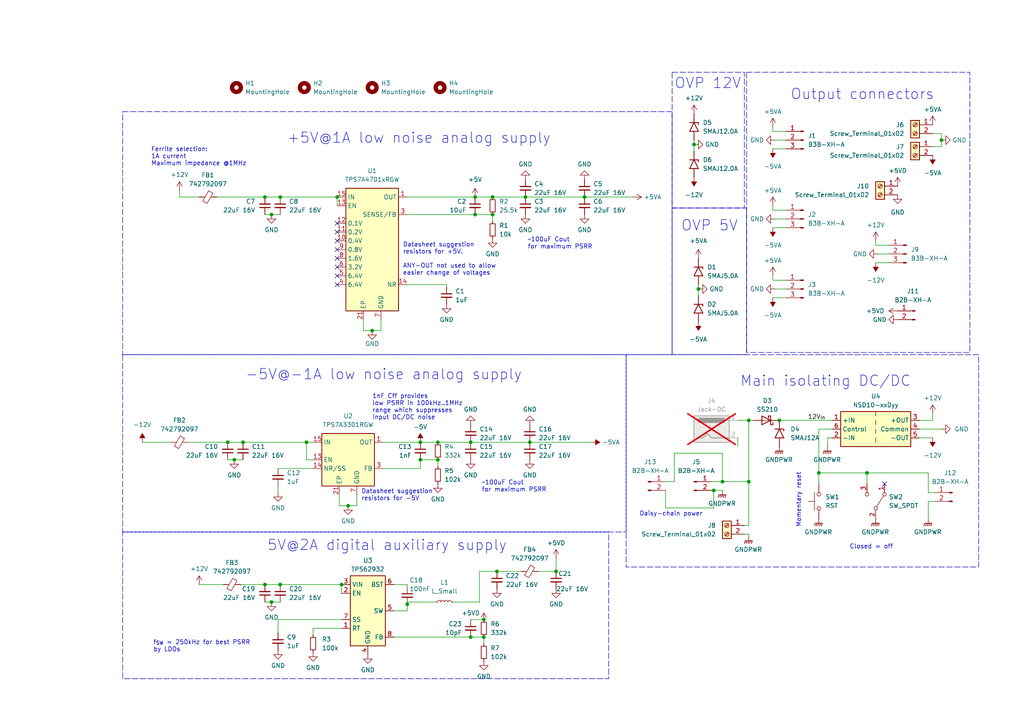
<source format=kicad_sch>
(kicad_sch (version 20230121) (generator eeschema)
  (paper "A4")
  (lib_symbols
    (symbol "Connector:Conn_01x02_Pin" (pin_names (offset 1.016) hide)
      (property "Reference" "J" (at 0 2.54 0))
      (property "Value" "Conn_01x02_Pin" (at 0 -5.08 0))
      (symbol "Conn_01x02_Pin_1_1"
        (pin passive line (at 5.08 0 180) (length 3.81) (name "Pin_1") (number "1"))
        (pin passive line (at 5.08 -2.54 180) (length 3.81) (name "Pin_2") (number "2"))
      )
    )
    (symbol "Connector:Conn_01x03_Pin" (pin_names (offset 1.016) hide)
      (property "Reference" "J" (at 0 5.08 0))
      (property "Value" "Conn_01x03_Pin" (at 0 -5.08 0))
      (symbol "Conn_01x03_Pin_1_1"
        (pin passive line (at 5.08 2.54 180) (length 3.81) (name "Pin_1") (number "1"))
        (pin passive line (at 5.08 0 180) (length 3.81) (name "Pin_2") (number "2"))
        (pin passive line (at 5.08 -2.54 180) (length 3.81) (name "Pin_3") (number "3"))
      )
    )
    (symbol "Connector:Jack-DC" (pin_names (offset 1.016))
      (property "Reference" "J" (at 0 5.334 0))
      (property "Value" "Jack-DC" (at 0 -5.08 0))
      (symbol "Jack-DC_1_1"
        (pin passive line (at 7.62 2.54 180) (length 2.54) (name "~") (number "1"))
        (pin passive line (at 7.62 -2.54 180) (length 2.54) (name "~") (number "2"))
      )
    )
    (symbol "Connector:Screw_Terminal_01x02" (pin_names (offset 1.016) hide)
      (property "Reference" "J" (at 0 2.54 0))
      (property "Value" "Screw_Terminal_01x02" (at 0 -5.08 0))
      (symbol "Screw_Terminal_01x02_1_1"
        (pin passive line (at -5.08 0 0) (length 3.81) (name "Pin_1") (number "1"))
        (pin passive line (at -5.08 -2.54 0) (length 3.81) (name "Pin_2") (number "2"))
      )
    )
    (symbol "Device:C_Small" (pin_numbers hide) (pin_names (offset 0.254) hide)
      (property "Reference" "C" (at 0.254 1.778 0))
      (property "Value" "C_Small" (at 0.254 -2.032 0))
      (symbol "C_Small_1_1"
        (pin passive line (at 0 2.54 270) (length 2.032) (name "~") (number "1"))
        (pin passive line (at 0 -2.54 90) (length 2.032) (name "~") (number "2"))
      )
    )
    (symbol "Device:FerriteBead_Small" (pin_numbers hide) (pin_names (offset 0))
      (property "Reference" "FB" (at 1.905 1.27 0))
      (property "Value" "FerriteBead_Small" (at 1.905 -1.27 0))
      (symbol "FerriteBead_Small_1_1"
        (pin passive line (at 0 2.54 270) (length 1.27) (name "~") (number "1"))
        (pin passive line (at 0 -2.54 90) (length 1.27) (name "~") (number "2"))
      )
    )
    (symbol "Device:L_Small" (pin_numbers hide) (pin_names (offset 0.254) hide)
      (property "Reference" "L" (at 0.762 1.016 0))
      (property "Value" "L_Small" (at 0.762 -1.016 0))
      (symbol "L_Small_1_1"
        (pin passive line (at 0 2.54 270) (length 0.508) (name "~") (number "1"))
        (pin passive line (at 0 -2.54 90) (length 0.508) (name "~") (number "2"))
      )
    )
    (symbol "Device:R_Small" (pin_numbers hide) (pin_names (offset 0.254) hide)
      (property "Reference" "R" (at 0.762 0.508 0))
      (property "Value" "R_Small" (at 0.762 -1.016 0))
      (symbol "R_Small_1_1"
        (pin passive line (at 0 2.54 270) (length 0.762) (name "~") (number "1"))
        (pin passive line (at 0 -2.54 90) (length 0.762) (name "~") (number "2"))
      )
    )
    (symbol "Diode:SMAJ5.0A" (pin_numbers hide) (pin_names (offset 1.016) hide)
      (property "Reference" "D" (at 0 2.54 0))
      (property "Value" "SMAJ5.0A" (at 0 -2.54 0))
      (symbol "SMAJ5.0A_1_1"
        (pin passive line (at -3.81 0 0) (length 2.54) (name "A1") (number "1"))
        (pin passive line (at 3.81 0 180) (length 2.54) (name "A2") (number "2"))
      )
    )
    (symbol "Mechanical:MountingHole" (pin_names (offset 1.016))
      (property "Reference" "H" (at 0 5.08 0))
      (property "Value" "MountingHole" (at 0 3.175 0))
    )
    (symbol "Switch:SW_Push" (pin_numbers hide) (pin_names (offset 1.016) hide)
      (property "Reference" "SW" (at 1.27 2.54 0))
      (property "Value" "SW_Push" (at 0 -1.524 0))
      (symbol "SW_Push_0_1"
        (pin passive line (at -5.08 0 0) (length 2.54) (name "1") (number "1"))
        (pin passive line (at 5.08 0 180) (length 2.54) (name "2") (number "2"))
      )
    )
    (symbol "Switch:SW_SPDT" (pin_names (offset 0) hide)
      (property "Reference" "SW" (at 0 4.318 0))
      (property "Value" "SW_SPDT" (at 0 -5.08 0))
      (symbol "SW_SPDT_1_1"
        (pin passive line (at 5.08 2.54 180) (length 2.54) (name "A") (number "1"))
        (pin passive line (at -5.08 0 0) (length 2.54) (name "B") (number "2"))
        (pin passive line (at 5.08 -2.54 180) (length 2.54) (name "C") (number "3"))
      )
    )
    (symbol "Uli-DCDC:NSD10-xxDyy"
      (property "Reference" "U" (at -6.35 6.35 0))
      (property "Value" "NSD10-xxDyy" (at 2.54 6.35 0))
      (symbol "NSD10-xxDyy_1_0"
        (pin power_in line (at -12.7 2.54 0) (length 2.54) (name "+IN") (number "1"))
        (pin power_in line (at -12.7 -2.54 0) (length 2.54) (name "-IN") (number "2"))
        (pin power_out line (at 12.7 2.54 180) (length 2.54) (name "+OUT") (number "3"))
        (pin power_out line (at 12.7 0 180) (length 2.54) (name "Common") (number "4"))
        (pin power_out line (at 12.7 -2.54 180) (length 2.54) (name "-OUT") (number "5"))
        (pin input line (at -12.7 0 0) (length 2.54) (name "Control") (number "6"))
      )
    )
    (symbol "Uli-Diode:SMAJ12A" (pin_numbers hide) (pin_names (offset 1.016) hide)
      (property "Reference" "D" (at 0 2.54 0))
      (property "Value" "SMAJ12A" (at 0 -2.54 0))
      (symbol "SMAJ12A_1_1"
        (pin passive line (at -3.81 0 0) (length 2.54) (name "A1") (number "1"))
        (pin passive line (at 3.81 0 180) (length 2.54) (name "A2") (number "2"))
      )
    )
    (symbol "Uli-Diode:SS210" (pin_numbers hide) (pin_names (offset 1.016) hide)
      (property "Reference" "D" (at 0 2.54 0))
      (property "Value" "SS210" (at 0 -2.54 0))
      (symbol "SS210_1_1"
        (pin passive line (at -3.81 0 0) (length 2.54) (name "K") (number "1"))
        (pin passive line (at 3.81 0 180) (length 2.54) (name "A") (number "2"))
      )
    )
    (symbol "Uli-LinReg:TPS7A3301RGW"
      (property "Reference" "U" (at -6.35 8.89 0))
      (property "Value" "TPS7A3301RGW" (at 3.81 8.89 0))
      (symbol "TPS7A3301RGW_1_1"
        (pin power_out line (at 10.16 5.08 180) (length 2.54) (name "OUT") (number "1"))
        (pin input line (at -10.16 0 0) (length 2.54) (name "EN") (number "13"))
        (pin bidirectional line (at -10.16 -2.54 0) (length 2.54) (name "NR/SS") (number "14"))
        (pin power_in line (at -10.16 5.08 0) (length 2.54) (name "IN") (number "15"))
        (pin power_in line (at -10.16 5.08 0) (length 2.54) hide (name "IN") (number "16"))
        (pin power_out line (at 10.16 5.08 180) (length 2.54) hide (name "OUT") (number "20"))
        (pin power_in line (at -2.54 -10.16 90) (length 2.54) (name "EP") (number "21"))
        (pin input line (at 10.16 -2.54 180) (length 2.54) (name "FB") (number "3"))
        (pin power_in line (at 2.54 -10.16 90) (length 2.54) (name "GND") (number "7"))
      )
    )
    (symbol "Uli-LinReg:TPS7A4701xRGW"
      (property "Reference" "U" (at -6.35 16.51 0))
      (property "Value" "TPS7A4701xRGW" (at 0 19.05 0))
      (symbol "TPS7A4701xRGW_1_1"
        (pin power_out line (at 10.16 15.24 180) (length 2.54) (name "OUT") (number "1"))
        (pin input line (at -10.16 2.54 0) (length 2.54) (name "0.4V") (number "10"))
        (pin input line (at -10.16 5.08 0) (length 2.54) (name "0.2V") (number "11"))
        (pin input line (at -10.16 7.62 0) (length 2.54) (name "0.1V") (number "12"))
        (pin input line (at -10.16 12.7 0) (length 2.54) (name "EN") (number "13"))
        (pin input line (at 10.16 -10.16 180) (length 2.54) (name "NR") (number "14"))
        (pin power_in line (at -10.16 15.24 0) (length 2.54) (name "IN") (number "15"))
        (pin passive line (at -10.16 15.24 0) (length 2.54) hide (name "IN") (number "16"))
        (pin power_out line (at 10.16 15.24 180) (length 2.54) hide (name "OUT") (number "20"))
        (pin passive line (at -2.54 -20.32 90) (length 2.54) (name "EP") (number "21"))
        (pin input line (at 10.16 10.16 180) (length 2.54) (name "SENSE/FB") (number "3"))
        (pin input line (at -10.16 -10.16 0) (length 2.54) (name "6.4V") (number "4"))
        (pin input line (at -10.16 -7.62 0) (length 2.54) (name "6.4V") (number "5"))
        (pin input line (at -10.16 -5.08 0) (length 2.54) (name "3.2V") (number "6"))
        (pin power_in line (at 2.54 -20.32 90) (length 2.54) (name "GND") (number "7"))
        (pin input line (at -10.16 -2.54 0) (length 2.54) (name "1.6V") (number "8"))
        (pin input line (at -10.16 0 0) (length 2.54) (name "0.8V") (number "9"))
      )
    )
    (symbol "Uli-RegSw:TPS62932"
      (property "Reference" "U" (at 0 13.97 0))
      (property "Value" "TPS62932" (at 0 11.43 0))
      (symbol "TPS62932_1_1"
        (pin passive line (at -7.62 -5.08 0) (length 2.54) (name "RT") (number "1"))
        (pin input line (at -7.62 5.08 0) (length 2.54) (name "EN") (number "2"))
        (pin power_in line (at -7.62 7.62 0) (length 2.54) (name "VIN") (number "3"))
        (pin power_in line (at 0 -12.7 90) (length 2.54) (name "GND") (number "4"))
        (pin output line (at 7.62 0 180) (length 2.54) (name "SW") (number "5"))
        (pin passive line (at 7.62 7.62 180) (length 2.54) (name "BST") (number "6"))
        (pin passive line (at -7.62 -2.54 0) (length 2.54) (name "SS") (number "7"))
        (pin input line (at 7.62 -7.62 180) (length 2.54) (name "FB") (number "8"))
      )
    )
    (symbol "power:+12V" (power) (pin_names (offset 0))
      (property "Value" "+12V" (at 0 3.556 0))
      (symbol "+12V_1_1"
        (pin power_in line (at 0 0 90) (length 0) hide (name "+12V") (number "1"))
      )
    )
    (symbol "power:+5V" (power) (pin_names (offset 0))
      (property "Value" "+5V" (at 0 3.556 0))
      (symbol "+5V_1_1"
        (pin power_in line (at 0 0 90) (length 0) hide (name "+5V") (number "1"))
      )
    )
    (symbol "power:+5VA" (power) (pin_names (offset 0))
      (property "Value" "+5VA" (at 0 3.556 0))
      (symbol "+5VA_1_1"
        (pin power_in line (at 0 0 90) (length 0) hide (name "+5VA") (number "1"))
      )
    )
    (symbol "power:+5VD" (power) (pin_names (offset 0))
      (property "Value" "+5VD" (at 0 3.556 0))
      (symbol "+5VD_1_1"
        (pin power_in line (at 0 0 90) (length 0) hide (name "+5VD") (number "1"))
      )
    )
    (symbol "power:-12V" (power) (pin_names (offset 0))
      (property "Value" "-12V" (at 0 3.81 0))
      (symbol "-12V_0_0"
        (pin power_in line (at 0 0 90) (length 0) hide (name "-12V") (number "1"))
      )
    )
    (symbol "power:-5V" (power) (pin_names (offset 0))
      (property "Value" "-5V" (at 0 3.81 0))
      (symbol "-5V_0_0"
        (pin power_in line (at 0 0 90) (length 0) hide (name "-5V") (number "1"))
      )
    )
    (symbol "power:-5VA" (power) (pin_names (offset 0))
      (property "Value" "-5VA" (at 0 3.81 0))
      (symbol "-5VA_0_0"
        (pin power_in line (at 0 0 90) (length 0) hide (name "-5VA") (number "1"))
      )
    )
    (symbol "power:GND" (power) (pin_names (offset 0))
      (property "Value" "GND" (at 0 -3.81 0))
      (symbol "GND_1_1"
        (pin power_in line (at 0 0 270) (length 0) hide (name "GND") (number "1"))
      )
    )
    (symbol "power:GNDPWR" (power) (pin_names (offset 0))
      (property "Value" "GNDPWR" (at 0 -3.302 0))
      (symbol "GNDPWR_1_1"
        (pin power_in line (at 0 0 270) (length 0) hide (name "GNDPWR") (number "1"))
      )
    )
  )
  (junction (at 121.92 133.35))
  (junction (at 217.17 121.92))
  (junction (at 127 128.27))
  (junction (at 100.965 146.685))
  (junction (at 136.525 184.785))
  (junction (at 226.06 121.92))
  (junction (at 137.795 57.15))
  (junction (at 97.79 57.15))
  (junction (at 251.46 137.16))
  (junction (at 88.9 128.27))
  (junction (at 273.05 40.64))
  (junction (at 142.875 62.23))
  (junction (at 78.74 62.23))
  (junction (at 67.945 133.35))
  (junction (at 161.29 165.735))
  (junction (at 127 133.35))
  (junction (at 66.04 128.27))
  (junction (at 137.795 62.23))
  (junction (at 152.4 57.15))
  (junction (at 144.145 165.735))
  (junction (at 136.525 128.27))
  (junction (at 142.875 57.15))
  (junction (at 153.67 128.27))
  (junction (at 209.55 139.7))
  (junction (at 140.335 179.705))
  (junction (at 70.485 128.27))
  (junction (at 237.49 137.16))
  (junction (at 78.74 174.625))
  (junction (at 207.01 142.24))
  (junction (at 169.545 57.15))
  (junction (at 99.06 169.545))
  (junction (at 121.92 128.27))
  (junction (at 81.28 57.15))
  (junction (at 76.835 169.545))
  (junction (at 217.17 139.7))
  (junction (at 81.28 169.545))
  (junction (at 76.835 57.15))
  (junction (at 140.335 184.785))
  (junction (at 107.95 95.885))
  (junction (at 118.11 175.26))
  (junction (at 201.295 41.91))
  (junction (at 202.565 83.82))
  (no_connect (at 256.54 140.335))
  (no_connect (at 97.79 74.93))
  (no_connect (at 97.79 77.47))
  (no_connect (at 97.79 67.31))
  (no_connect (at 97.79 72.39))
  (no_connect (at 97.79 64.77))
  (no_connect (at 97.79 82.55))
  (no_connect (at 97.79 80.01))
  (no_connect (at 97.79 69.85))
  (wire (pts (xy 217.17 121.92) (xy 217.17 139.7)))
  (wire (pts (xy 140.335 184.785) (xy 140.335 186.69)))
  (wire (pts (xy 137.795 62.23) (xy 142.875 62.23)))
  (wire (pts (xy 136.525 179.705) (xy 140.335 179.705)))
  (wire (pts (xy 161.29 161.925) (xy 161.29 165.735)))
  (wire (pts (xy 121.92 133.35) (xy 127 133.35)))
  (wire (pts (xy 241.3 124.46) (xy 237.49 124.46)))
  (wire (pts (xy 118.11 169.545) (xy 118.11 170.18)))
  (wire (pts (xy 52.07 57.15) (xy 57.785 57.15)))
  (wire (pts (xy 271.145 142.875) (xy 269.24 142.875)))
  (wire (pts (xy 270.51 120.015) (xy 270.51 121.92)))
  (wire (pts (xy 100.965 146.685) (xy 103.505 146.685)))
  (wire (pts (xy 201.295 41.91) (xy 201.295 40.64)))
  (wire (pts (xy 41.275 128.27) (xy 49.53 128.27)))
  (wire (pts (xy 251.46 140.335) (xy 251.46 137.16)))
  (wire (pts (xy 76.835 174.625) (xy 78.74 174.625)))
  (wire (pts (xy 127 128.27) (xy 136.525 128.27)))
  (wire (pts (xy 224.79 83.82) (xy 227.965 83.82)))
  (wire (pts (xy 111.125 128.27) (xy 121.92 128.27)))
  (wire (pts (xy 269.24 145.415) (xy 271.145 145.415)))
  (wire (pts (xy 127 133.35) (xy 127 135.255)))
  (wire (pts (xy 118.11 175.26) (xy 118.11 177.165)))
  (wire (pts (xy 257.81 71.12) (xy 254 71.12)))
  (wire (pts (xy 224.155 66.04) (xy 227.965 66.04)))
  (wire (pts (xy 78.74 174.625) (xy 81.28 174.625)))
  (wire (pts (xy 227.965 81.28) (xy 224.155 81.28)))
  (wire (pts (xy 90.805 133.35) (xy 88.9 133.35)))
  (wire (pts (xy 213.995 121.92) (xy 217.17 121.92)))
  (wire (pts (xy 270.51 38.735) (xy 273.05 38.735)))
  (wire (pts (xy 251.46 137.16) (xy 269.24 137.16)))
  (wire (pts (xy 114.3 184.785) (xy 136.525 184.785)))
  (wire (pts (xy 76.835 62.23) (xy 78.74 62.23)))
  (wire (pts (xy 206.375 142.24) (xy 207.01 142.24)))
  (wire (pts (xy 224.155 43.18) (xy 227.965 43.18)))
  (wire (pts (xy 99.06 179.705) (xy 80.645 179.705)))
  (wire (pts (xy 121.92 128.27) (xy 127 128.27)))
  (wire (pts (xy 227.965 38.1) (xy 224.155 38.1)))
  (wire (pts (xy 207.01 147.32) (xy 207.01 142.24)))
  (wire (pts (xy 88.9 128.27) (xy 90.805 128.27)))
  (wire (pts (xy 254 71.12) (xy 254 69.85)))
  (wire (pts (xy 67.945 133.35) (xy 70.485 133.35)))
  (wire (pts (xy 193.04 139.7) (xy 195.58 139.7)))
  (wire (pts (xy 202.565 83.82) (xy 202.565 82.55)))
  (wire (pts (xy 110.49 92.71) (xy 110.49 95.885)))
  (wire (pts (xy 118.11 82.55) (xy 129.54 82.55)))
  (wire (pts (xy 111.125 135.89) (xy 121.92 135.89)))
  (wire (pts (xy 121.92 135.89) (xy 121.92 133.35)))
  (wire (pts (xy 80.645 135.89) (xy 90.805 135.89)))
  (wire (pts (xy 237.49 137.16) (xy 251.46 137.16)))
  (wire (pts (xy 129.54 83.185) (xy 129.54 82.55)))
  (wire (pts (xy 98.425 143.51) (xy 98.425 146.685)))
  (wire (pts (xy 153.67 128.27) (xy 171.45 128.27)))
  (wire (pts (xy 240.03 127) (xy 240.03 129.54)))
  (wire (pts (xy 270.51 121.92) (xy 266.7 121.92)))
  (wire (pts (xy 54.61 128.27) (xy 66.04 128.27)))
  (wire (pts (xy 224.155 86.36) (xy 227.965 86.36)))
  (wire (pts (xy 213.995 129.54) (xy 213.995 127)))
  (wire (pts (xy 217.17 154.94) (xy 217.17 155.575)))
  (wire (pts (xy 76.835 169.545) (xy 81.28 169.545)))
  (wire (pts (xy 156.21 165.735) (xy 161.29 165.735)))
  (wire (pts (xy 202.565 85.725) (xy 202.565 83.82)))
  (wire (pts (xy 97.79 57.15) (xy 97.79 59.69)))
  (wire (pts (xy 224.155 38.1) (xy 224.155 36.83)))
  (wire (pts (xy 207.01 142.24) (xy 209.55 142.24)))
  (wire (pts (xy 136.525 184.785) (xy 140.335 184.785)))
  (wire (pts (xy 237.49 137.16) (xy 237.49 140.335)))
  (wire (pts (xy 99.06 169.545) (xy 99.06 172.085)))
  (wire (pts (xy 78.74 62.23) (xy 81.28 62.23)))
  (wire (pts (xy 254 76.2) (xy 257.81 76.2)))
  (wire (pts (xy 224.155 60.96) (xy 224.155 59.69)))
  (wire (pts (xy 266.7 124.46) (xy 273.05 124.46)))
  (wire (pts (xy 52.07 55.245) (xy 52.07 57.15)))
  (wire (pts (xy 273.05 40.64) (xy 273.05 42.545)))
  (wire (pts (xy 142.875 57.15) (xy 152.4 57.15)))
  (wire (pts (xy 90.805 184.15) (xy 90.805 182.245)))
  (wire (pts (xy 269.24 150.495) (xy 269.24 145.415)))
  (wire (pts (xy 137.795 57.15) (xy 142.875 57.15)))
  (wire (pts (xy 193.04 142.24) (xy 193.04 147.32)))
  (wire (pts (xy 226.06 121.92) (xy 241.3 121.92)))
  (wire (pts (xy 224.79 40.64) (xy 227.965 40.64)))
  (wire (pts (xy 81.28 169.545) (xy 99.06 169.545)))
  (wire (pts (xy 88.9 133.35) (xy 88.9 128.27)))
  (wire (pts (xy 209.55 131.445) (xy 209.55 139.7)))
  (wire (pts (xy 118.11 57.15) (xy 137.795 57.15)))
  (wire (pts (xy 193.04 147.32) (xy 207.01 147.32)))
  (wire (pts (xy 118.11 174.625) (xy 118.11 175.26)))
  (wire (pts (xy 273.05 38.735) (xy 273.05 40.64)))
  (wire (pts (xy 80.645 179.705) (xy 80.645 183.515)))
  (wire (pts (xy 140.335 180.34) (xy 140.335 179.705)))
  (wire (pts (xy 118.11 177.165) (xy 114.3 177.165)))
  (wire (pts (xy 90.805 182.245) (xy 99.06 182.245)))
  (wire (pts (xy 76.835 57.15) (xy 81.28 57.15)))
  (wire (pts (xy 139.065 174.625) (xy 139.065 165.735)))
  (wire (pts (xy 70.485 128.27) (xy 88.9 128.27)))
  (wire (pts (xy 227.965 60.96) (xy 224.155 60.96)))
  (wire (pts (xy 110.49 95.885) (xy 107.95 95.885)))
  (wire (pts (xy 195.58 139.7) (xy 195.58 131.445)))
  (wire (pts (xy 131.445 174.625) (xy 139.065 174.625)))
  (wire (pts (xy 217.17 121.92) (xy 218.44 121.92)))
  (wire (pts (xy 266.7 127) (xy 270.51 127)))
  (wire (pts (xy 57.785 169.545) (xy 64.77 169.545)))
  (wire (pts (xy 152.4 57.15) (xy 169.545 57.15)))
  (wire (pts (xy 98.425 146.685) (xy 100.965 146.685)))
  (wire (pts (xy 254.635 73.66) (xy 257.81 73.66)))
  (wire (pts (xy 273.05 42.545) (xy 270.51 42.545)))
  (wire (pts (xy 269.24 142.875) (xy 269.24 137.16)))
  (wire (pts (xy 126.365 174.625) (xy 118.11 174.625)))
  (wire (pts (xy 66.04 133.35) (xy 67.945 133.35)))
  (wire (pts (xy 80.645 140.97) (xy 80.645 142.875)))
  (wire (pts (xy 136.525 128.27) (xy 153.67 128.27)))
  (wire (pts (xy 237.49 124.46) (xy 237.49 137.16)))
  (wire (pts (xy 118.11 62.23) (xy 137.795 62.23)))
  (wire (pts (xy 139.065 165.735) (xy 144.145 165.735)))
  (wire (pts (xy 241.3 127) (xy 240.03 127)))
  (wire (pts (xy 142.875 62.23) (xy 142.875 64.135)))
  (wire (pts (xy 224.155 81.28) (xy 224.155 80.01)))
  (wire (pts (xy 144.145 165.735) (xy 151.13 165.735)))
  (wire (pts (xy 69.85 169.545) (xy 76.835 169.545)))
  (wire (pts (xy 103.505 143.51) (xy 103.505 146.685)))
  (wire (pts (xy 105.41 95.885) (xy 107.95 95.885)))
  (wire (pts (xy 215.9 152.4) (xy 217.17 152.4)))
  (wire (pts (xy 215.9 154.94) (xy 217.17 154.94)))
  (wire (pts (xy 66.04 128.27) (xy 70.485 128.27)))
  (wire (pts (xy 114.3 169.545) (xy 118.11 169.545)))
  (wire (pts (xy 201.295 43.815) (xy 201.295 41.91)))
  (wire (pts (xy 224.79 63.5) (xy 227.965 63.5)))
  (wire (pts (xy 62.865 57.15) (xy 76.835 57.15)))
  (wire (pts (xy 217.17 139.7) (xy 217.17 152.4)))
  (wire (pts (xy 81.28 57.15) (xy 97.79 57.15)))
  (wire (pts (xy 105.41 92.71) (xy 105.41 95.885)))
  (wire (pts (xy 209.55 139.7) (xy 217.17 139.7)))
  (wire (pts (xy 195.58 131.445) (xy 209.55 131.445)))
  (wire (pts (xy 206.375 139.7) (xy 209.55 139.7)))
  (wire (pts (xy 169.545 57.15) (xy 183.515 57.15)))
  (rectangle (start 35.56 32.385) (end 194.945 102.87) (stroke (width 0) (type dash)))
  (rectangle (start 181.61 102.87) (end 283.845 164.465) (stroke (width 0) (type dash)))
  (rectangle (start 35.56 102.87) (end 181.61 154.305) (stroke (width 0) (type dash)))
  (rectangle (start 194.945 60.325) (end 216.535 102.87) (stroke (width 0) (type dash)))
  (rectangle (start 35.56 154.305) (end 176.53 196.85) (stroke (width 0) (type dash)))
  (rectangle (start 216.535 20.955) (end 281.305 102.235) (stroke (width 0) (type dash)))
  (rectangle (start 194.945 20.955) (end 215.9 60.325) (stroke (width 0) (type dash)))
  (text "OVP 12V" (at 195.58 26.035 0) (effects (font (size 3 3)) (justify left bottom)))
  (text "-5V@-1A low noise analog supply" (at 71.12 110.49 0) (effects (font (size 3 3)) (justify left bottom)))
  (text "f_{SW} = 250kHz for best PSRR\nby LDOs" (at 44.45 189.23 0) (effects (font (size 1.27 1.27)) (justify left bottom)))
  (text "~100uF Cout\nfor maximum PSRR" (at 153.035 72.39 0) (effects (font (size 1.27 1.27)) (justify left bottom)))
  (text "Closed = off" (at 259.08 159.385 0) (effects (font (size 1.27 1.27)) (justify right bottom)))
  (text "1nF Cff provides\nlow PSRR in 100kHz..1MHz\nrange which suppresses\ninput DC/DC noise" (at 107.95 121.92 0) (effects (font (size 1.27 1.27)) (justify left bottom)))
  (text "+5V@1A low noise analog supply" (at 83.185 41.91 0) (effects (font (size 3 3)) (justify left bottom)))
  (text "Momentary reset" (at 232.41 153.035 90) (effects (font (size 1.27 1.27)) (justify left bottom)))
  (text "Main isolating DC/DC" (at 214.63 112.395 0) (effects (font (size 3 3)) (justify left bottom)))
  (text "Datasheet suggestion\nresistors for +5V.\n\nANY-OUT not used to allow\neasier change of voltages" (at 116.84 80.01 0) (effects (font (size 1.27 1.27)) (justify left bottom)))
  (text "Ferrite selection:\n1A current\nMaximum impedance @1MHz" (at 43.815 48.26 0) (effects (font (size 1.27 1.27)) (justify left bottom)))
  (text "~100uF Cout\nfor maximum PSRR" (at 139.7 142.875 0) (effects (font (size 1.27 1.27)) (justify left bottom)))
  (text "Daisy-chain power" (at 203.835 149.86 0) (effects (font (size 1.27 1.27)) (justify right bottom)))
  (text "OVP 5V" (at 197.485 67.31 0) (effects (font (size 3 3)) (justify left bottom)))
  (text "5V@2A digital auxiliary supply" (at 77.47 160.02 0) (effects (font (size 3 3)) (justify left bottom)))
  (text "Datasheet suggestion\nresistors for -5V" (at 104.775 145.415 0) (effects (font (size 1.27 1.27)) (justify left bottom)))
  (text "Output connectors" (at 229.235 29.21 0) (effects (font (size 3 3)) (justify left bottom)))
  (label "12V_{In}" (at 234.315 121.92 0))
  (symbol (lib_id "Uli-LinReg:TPS7A4701xRGW") (at 107.95 72.39 0) (unit 1)
    (property "Reference" "U1" (at 107.95 49.53 0))
    (property "Value" "TPS7A4701xRGW" (at 107.95 52.07 0))
    (property "Footprint" "Package_DFN_QFN:Texas_S-PVQFN-N20_EP3.15x3.15mm" (effects hide))
    (property "Datasheet" "http://www.ti.com/lit/ds/symlink/tps7a7200.pdf" (effects hide))
  )
  (symbol (lib_id "power:+12V") (at 57.785 169.545 0) (unit 1)
    (property "Reference" "#PWR024" (effects hide))
    (property "Value" "+12V" (at 57.785 164.973 0))
  )
  (symbol (lib_id "power:GND") (at 224.79 40.64 270) (unit 1)
    (property "Reference" "#PWR033" (effects hide))
    (property "Value" "GND" (at 221.615 40.64 90) (effects (justify right)))
  )
  (symbol (lib_id "Device:C_Small") (at 66.04 130.81 0) (mirror x) (unit 1)
    (property "Reference" "C10" (at 63.246 129.5336 0) (effects (justify right)))
    (property "Value" "22uF 16V" (at 63.246 132.0736 0) (effects (justify right)))
    (property "Footprint" "Capacitor_SMD:C_1206_3216Metric" (effects hide))
    (property "MPN" "CL31A226MOCLNNC" (effects hide))
    (property "Part replacement policy" "A" (effects hide))
  )
  (symbol (lib_id "Uli-DCDC:NSD10-xxDyy") (at 254 124.46 0) (unit 1)
    (property "Reference" "U4" (at 254 114.935 0))
    (property "Value" "NSD10-xxDyy" (at 254 117.475 0))
    (property "Footprint" "Uli-DCDC:Converter_DCDC_MeanWell_NSD10_THT" (effects hide))
    (property "Datasheet" "https://www.meanwell.com/webapp/product/search.aspx?prod=NSD10-D" (effects hide))
  )
  (symbol (lib_id "power:GNDPWR") (at 240.03 129.54 0) (unit 1)
    (property "Reference" "#PWR049" (effects hide))
    (property "Value" "GNDPWR" (at 239.903 133.35 0))
  )
  (symbol (lib_id "Switch:SW_SPDT") (at 254 145.415 270) (mirror x) (unit 1)
    (property "Reference" "SW2" (at 257.81 144.145 90) (effects (justify left)))
    (property "Value" "SW_SPDT" (at 257.81 146.685 90) (effects (justify left)))
    (property "Footprint" "Button_Switch_SMD:SW_DPDT_CK_JS202011JCQN" (effects hide))
  )
  (symbol (lib_id "Uli-Diode:SMAJ12A") (at 226.06 125.73 270) (unit 1)
    (property "Reference" "D4" (at 229.235 124.46 90) (effects (justify left)))
    (property "Value" "SMAJ12A" (at 229.235 127 90) (effects (justify left)))
    (property "Footprint" "Diode_SMD:D_SMA" (effects hide))
    (property "Datasheet" "https://www.littelfuse.com/media?resourcetype=datasheets&itemid=75e32973-b177-4ee3-a0ff-cedaf1abdb93&filename=smaj-datasheet" (effects hide))
  )
  (symbol (lib_id "Device:R_Small") (at 142.875 59.69 0) (mirror y) (unit 1)
    (property "Reference" "R2" (at 144.78 58.42 0) (effects (justify right)))
    (property "Value" "25.5k" (at 144.78 60.96 0) (effects (justify right)))
    (property "Footprint" "Resistor_SMD:R_0603_1608Metric" (effects hide))
  )
  (symbol (lib_id "Device:C_Small") (at 80.645 138.43 0) (mirror y) (unit 1)
    (property "Reference" "C12" (at 83.185 137.1663 0) (effects (justify right)))
    (property "Value" "1uF" (at 83.185 139.7063 0) (effects (justify right)))
    (property "Footprint" "Resistor_SMD:R_0603_1608Metric" (effects hide))
  )
  (symbol (lib_id "Device:C_Small") (at 121.92 130.81 0) (unit 1)
    (property "Reference" "C13" (at 119.38 129.5463 0) (effects (justify right)))
    (property "Value" "1nF" (at 119.38 132.0863 0) (effects (justify right)))
    (property "Footprint" "Resistor_SMD:R_0603_1608Metric" (effects hide))
  )
  (symbol (lib_id "power:GND") (at 153.67 133.35 0) (unit 1)
    (property "Reference" "#PWR023" (effects hide))
    (property "Value" "GND" (at 153.67 137.795 0))
  )
  (symbol (lib_id "Device:R_Small") (at 90.805 186.69 0) (unit 1)
    (property "Reference" "R3" (at 93.345 185.42 0) (effects (justify left)))
    (property "Value" "100k" (at 93.345 187.96 0) (effects (justify left)))
    (property "Footprint" "Resistor_SMD:R_0603_1608Metric" (effects hide))
  )
  (symbol (lib_id "Device:C_Small") (at 137.795 59.69 0) (unit 1)
    (property "Reference" "C2" (at 135.255 58.4263 0) (effects (justify right)))
    (property "Value" "10uF" (at 135.255 60.9663 0) (effects (justify right)))
    (property "Footprint" "Resistor_SMD:R_0603_1608Metric" (effects hide))
  )
  (symbol (lib_id "power:GNDPWR") (at 226.06 129.54 0) (unit 1)
    (property "Reference" "#PWR044" (effects hide))
    (property "Value" "GNDPWR" (at 225.933 133.35 0))
  )
  (symbol (lib_id "power:+5VA") (at 202.565 74.93 0) (unit 1)
    (property "Reference" "#PWR031" (effects hide))
    (property "Value" "+5VA" (at 202.565 69.85 0))
  )
  (symbol (lib_id "power:GND") (at 100.965 146.685 0) (unit 1)
    (property "Reference" "#PWR01" (effects hide))
    (property "Value" "GND" (at 100.965 151.13 0))
  )
  (symbol (lib_id "power:GND") (at 169.545 52.07 180) (unit 1)
    (property "Reference" "#PWR07" (effects hide))
    (property "Value" "GND" (at 169.545 47.625 0))
  )
  (symbol (lib_id "power:GND") (at 152.4 52.07 180) (unit 1)
    (property "Reference" "#PWR08" (effects hide))
    (property "Value" "GND" (at 152.4 47.625 0))
  )
  (symbol (lib_id "Device:C_Small") (at 76.835 59.69 0) (mirror x) (unit 1)
    (property "Reference" "C7" (at 74.041 58.4136 0) (effects (justify right)))
    (property "Value" "22uF 16V" (at 74.041 60.9536 0) (effects (justify right)))
    (property "Footprint" "Capacitor_SMD:C_1206_3216Metric" (effects hide))
    (property "MPN" "CL31A226MOCLNNC" (effects hide))
    (property "Part replacement policy" "A" (effects hide))
  )
  (symbol (lib_id "Switch:SW_Push") (at 237.49 145.415 90) (mirror x) (unit 1)
    (property "Reference" "SW1" (at 239.395 144.145 90) (effects (justify right)))
    (property "Value" "RST" (at 239.395 146.685 90) (effects (justify right)))
    (property "Footprint" "Button_Switch_SMD:SW_SPST_TL3342" (effects hide))
    (property "MPN" "TC-0522C-1.6-160G" (effects hide))
    (property "LCSC Part #" "C2845287" (effects hide))
  )
  (symbol (lib_id "Device:C_Small") (at 136.525 182.245 0) (unit 1)
    (property "Reference" "C23" (at 133.985 180.9813 0) (effects (justify right)))
    (property "Value" "10pF" (at 133.985 183.5213 0) (effects (justify right)))
    (property "Footprint" "Resistor_SMD:R_0603_1608Metric" (effects hide))
  )
  (symbol (lib_id "Connector:Screw_Terminal_01x02") (at 255.27 53.975 0) (mirror y) (unit 1)
    (property "Reference" "J10" (at 252.095 53.975 0) (effects (justify left)))
    (property "Value" "Screw_Terminal_01x02" (at 252.095 56.515 0) (effects (justify left)))
    (property "Footprint" "TerminalBlock_Phoenix:TerminalBlock_Phoenix_MKDS-1,5-2-5.08_1x02_P5.08mm_Horizontal" (effects hide))
  )
  (symbol (lib_id "Connector:Conn_01x02_Pin") (at 201.295 139.7 0) (unit 1)
    (property "Reference" "J5" (at 201.93 133.985 0))
    (property "Value" "B2B-XH-A" (at 201.93 136.525 0))
    (property "Footprint" "Connector_JST:JST_XH_B2B-XH-A_1x02_P2.50mm_Vertical" (effects hide))
  )
  (symbol (lib_id "Device:C_Small") (at 161.29 168.275 0) (mirror y) (unit 1)
    (property "Reference" "C21" (at 161.925 166.37 0) (effects (justify right)))
    (property "Value" "22uF 16V" (at 161.29 170.815 0) (effects (justify right)))
    (property "Footprint" "Capacitor_SMD:C_1206_3216Metric" (effects hide))
    (property "MPN" "CL31A226MOCLNNC" (effects hide))
    (property "Part replacement policy" "A" (effects hide))
  )
  (symbol (lib_id "power:GND") (at 140.335 191.77 0) (unit 1)
    (property "Reference" "#PWR046" (effects hide))
    (property "Value" "GND" (at 140.335 196.215 0))
  )
  (symbol (lib_id "Device:C_Small") (at 80.645 186.055 0) (mirror y) (unit 1)
    (property "Reference" "C9" (at 83.185 184.7913 0) (effects (justify right)))
    (property "Value" "1uF" (at 83.185 187.3313 0) (effects (justify right)))
    (property "Footprint" "Resistor_SMD:R_0603_1608Metric" (effects hide))
  )
  (symbol (lib_id "power:+5VD") (at 260.35 90.17 90) (unit 1)
    (property "Reference" "#PWR065" (effects hide))
    (property "Value" "+5VD" (at 256.54 90.17 90) (effects (justify left)))
  )
  (symbol (lib_id "Device:C_Small") (at 169.545 54.61 0) (unit 1)
    (property "Reference" "C5" (at 172.085 53.3463 0) (effects (justify left)))
    (property "Value" "22uF 16V" (at 172.085 55.8863 0) (effects (justify left)))
    (property "Footprint" "Capacitor_SMD:C_1206_3216Metric" (effects hide))
    (property "MPN" "CL31A226MOCLNNC" (effects hide))
    (property "Part replacement policy" "A" (effects hide))
  )
  (symbol (lib_id "power:+12V") (at 254 69.85 0) (unit 1)
    (property "Reference" "#PWR062" (effects hide))
    (property "Value" "+12V" (at 254 65.278 0))
  )
  (symbol (lib_id "power:GND") (at 152.4 62.23 0) (unit 1)
    (property "Reference" "#PWR05" (effects hide))
    (property "Value" "GND" (at 152.4 66.675 0))
  )
  (symbol (lib_id "Device:C_Small") (at 118.11 172.72 0) (mirror y) (unit 1)
    (property "Reference" "C18" (at 118.745 168.275 0) (effects (justify right)))
    (property "Value" "100nF" (at 118.745 170.815 0) (effects (justify right)))
    (property "Footprint" "Resistor_SMD:R_0603_1608Metric" (effects hide))
  )
  (symbol (lib_id "power:GND") (at 161.29 170.815 0) (mirror y) (unit 1)
    (property "Reference" "#PWR047" (effects hide))
    (property "Value" "GND" (at 161.29 175.26 0))
  )
  (symbol (lib_id "power:+5VD") (at 140.335 180.34 0) (unit 1)
    (property "Reference" "#PWR068" (effects hide))
    (property "Value" "+5VD" (at 136.525 177.8 0))
  )
  (symbol (lib_id "Connector:Conn_01x03_Pin") (at 262.89 73.66 0) (mirror y) (unit 1)
    (property "Reference" "J9" (at 264.16 72.39 0) (effects (justify right)))
    (property "Value" "B3B-XH-A" (at 264.16 74.93 0) (effects (justify right)))
    (property "Footprint" "Connector_JST:JST_XH_B3B-XH-A_1x03_P2.50mm_Vertical" (effects hide))
  )
  (symbol (lib_id "power:GND") (at 80.645 142.875 0) (unit 1)
    (property "Reference" "#PWR017" (effects hide))
    (property "Value" "GND" (at 80.645 147.32 0))
  )
  (symbol (lib_id "power:+5VA") (at 224.155 36.83 0) (unit 1)
    (property "Reference" "#PWR028" (effects hide))
    (property "Value" "+5VA" (at 224.155 32.385 0))
  )
  (symbol (lib_id "power:-12V") (at 270.51 127 180) (unit 1)
    (property "Reference" "#PWR041" (effects hide))
    (property "Value" "-12V" (at 270.51 132.08 0))
  )
  (symbol (lib_id "power:+5V") (at 137.795 57.15 0) (unit 1)
    (property "Reference" "#PWR09" (effects hide))
    (property "Value" "+5V" (at 137.795 52.07 0))
  )
  (symbol (lib_id "Device:R_Small") (at 127 137.795 0) (mirror y) (unit 1)
    (property "Reference" "R5" (at 128.905 136.525 0) (effects (justify right)))
    (property "Value" "102k" (at 128.905 139.065 0) (effects (justify right)))
    (property "Footprint" "Resistor_SMD:R_0603_1608Metric" (effects hide))
  )
  (symbol (lib_id "Diode:SMAJ5.0A") (at 202.565 89.535 270) (unit 1)
    (property "Reference" "D2" (at 205.105 88.265 90) (effects (justify left)))
    (property "Value" "SMAJ5.0A" (at 205.105 90.805 90) (effects (justify left)))
    (property "Footprint" "Diode_SMD:D_SMA" (effects hide))
    (property "Datasheet" "https://www.littelfuse.com/media?resourcetype=datasheets&itemid=75e32973-b177-4ee3-a0ff-cedaf1abdb93&filename=smaj-datasheet" (effects hide))
  )
  (symbol (lib_id "power:-5VA") (at 224.155 43.18 180) (unit 1)
    (property "Reference" "#PWR029" (effects hide))
    (property "Value" "-5VA" (at 224.155 48.26 0))
  )
  (symbol (lib_id "Uli-LinReg:TPS7A3301RGW") (at 100.965 133.35 0) (unit 1)
    (property "Reference" "U2" (at 100.965 120.65 0))
    (property "Value" "TPS7A3301RGW" (at 100.965 123.19 0))
    (property "Footprint" "Package_DFN_QFN:Texas_S-PVQFN-N20_EP3.15x3.15mm" (effects hide))
    (property "Datasheet" "https://www.ti.com/lit/ds/symlink/tps7a33.pdf" (effects hide))
  )
  (symbol (lib_id "power:GND") (at 106.68 189.865 0) (unit 1)
    (property "Reference" "#PWR012" (effects hide))
    (property "Value" "GND" (at 106.68 194.31 0))
  )
  (symbol (lib_id "power:-12V") (at 254 76.2 180) (unit 1)
    (property "Reference" "#PWR063" (effects hide))
    (property "Value" "-12V" (at 254 81.28 0))
  )
  (symbol (lib_id "power:GNDPWR") (at 269.24 150.495 0) (unit 1)
    (property "Reference" "#PWR056" (effects hide))
    (property "Value" "GNDPWR" (at 269.113 154.305 0))
  )
  (symbol (lib_id "Connector:Screw_Terminal_01x02") (at 265.43 36.195 0) (mirror y) (unit 1)
    (property "Reference" "J6" (at 262.255 36.195 0) (effects (justify left)))
    (property "Value" "Screw_Terminal_01x02" (at 262.255 38.735 0) (effects (justify left)))
    (property "Footprint" "TerminalBlock_Phoenix:TerminalBlock_Phoenix_MKDS-1,5-2-5.08_1x02_P5.08mm_Horizontal" (effects hide))
  )
  (symbol (lib_id "power:-5VA") (at 224.155 66.04 180) (unit 1)
    (property "Reference" "#PWR035" (effects hide))
    (property "Value" "-5VA" (at 224.155 71.12 0))
  )
  (symbol (lib_id "Diode:SMAJ5.0A") (at 202.565 78.74 270) (unit 1)
    (property "Reference" "D1" (at 205.105 77.47 90) (effects (justify left)))
    (property "Value" "SMAJ5.0A" (at 205.105 80.01 90) (effects (justify left)))
    (property "Footprint" "Diode_SMD:D_SMA" (effects hide))
    (property "Datasheet" "https://www.littelfuse.com/media?resourcetype=datasheets&itemid=75e32973-b177-4ee3-a0ff-cedaf1abdb93&filename=smaj-datasheet" (effects hide))
  )
  (symbol (lib_id "power:+12V") (at 201.295 33.02 0) (unit 1)
    (property "Reference" "#PWR059" (effects hide))
    (property "Value" "+12V" (at 201.295 28.448 0))
  )
  (symbol (lib_id "power:+5VA") (at 224.155 80.01 0) (unit 1)
    (property "Reference" "#PWR037" (effects hide))
    (property "Value" "+5VA" (at 224.155 75.565 0))
  )
  (symbol (lib_id "power:+5VD") (at 161.29 161.925 0) (unit 1)
    (property "Reference" "#PWR045" (effects hide))
    (property "Value" "+5VD" (at 161.29 157.48 0))
  )
  (symbol (lib_id "power:GNDPWR") (at 209.55 142.24 0) (unit 1)
    (property "Reference" "#PWR043" (effects hide))
    (property "Value" "GNDPWR" (at 209.423 146.05 0))
  )
  (symbol (lib_id "Uli-RegSw:TPS62932") (at 106.68 177.165 0) (unit 1)
    (property "Reference" "U3" (at 106.68 162.56 0))
    (property "Value" "TPS62932" (at 106.68 165.1 0))
    (property "Footprint" "Package_TO_SOT_SMD:SOT-583-8" (effects hide))
    (property "Datasheet" "https://www.ti.com/lit/ds/symlink/tps62933.pdf" (effects hide))
  )
  (symbol (lib_id "power:+5VA") (at 270.51 36.195 0) (unit 1)
    (property "Reference" "#PWR054" (effects hide))
    (property "Value" "+5VA" (at 270.51 31.75 0))
  )
  (symbol (lib_id "Connector:Conn_01x03_Pin") (at 233.045 40.64 0) (mirror y) (unit 1)
    (property "Reference" "J1" (at 234.315 39.37 0) (effects (justify right)))
    (property "Value" "B3B-XH-A" (at 234.315 41.91 0) (effects (justify right)))
    (property "Footprint" "Connector_JST:JST_XH_B3B-XH-A_1x03_P2.50mm_Vertical" (effects hide))
  )
  (symbol (lib_id "power:GND") (at 136.525 133.35 0) (unit 1)
    (property "Reference" "#PWR021" (effects hide))
    (property "Value" "GND" (at 136.525 137.795 0))
  )
  (symbol (lib_id "power:GND") (at 224.79 63.5 270) (unit 1)
    (property "Reference" "#PWR036" (effects hide))
    (property "Value" "GND" (at 221.615 63.5 90) (effects (justify right)))
  )
  (symbol (lib_id "Device:C_Small") (at 129.54 85.725 0) (mirror y) (unit 1)
    (property "Reference" "C1" (at 132.08 84.4613 0) (effects (justify right)))
    (property "Value" "1uF" (at 132.08 87.0013 0) (effects (justify right)))
    (property "Footprint" "Resistor_SMD:R_0603_1608Metric" (effects hide))
  )
  (symbol (lib_id "Device:C_Small") (at 81.28 172.085 0) (unit 1)
    (property "Reference" "C20" (at 83.82 170.8213 0) (effects (justify left)))
    (property "Value" "22uF 16V" (at 83.82 173.3613 0) (effects (justify left)))
    (property "Footprint" "Capacitor_SMD:C_1206_3216Metric" (effects hide))
    (property "MPN" "CL31A226MOCLNNC" (effects hide))
    (property "Part replacement policy" "A" (effects hide))
  )
  (symbol (lib_id "power:GND") (at 273.05 124.46 90) (unit 1)
    (property "Reference" "#PWR042" (effects hide))
    (property "Value" "GND" (at 276.86 124.46 90) (effects (justify right)))
  )
  (symbol (lib_id "power:-5VA") (at 224.155 86.36 180) (unit 1)
    (property "Reference" "#PWR038" (effects hide))
    (property "Value" "-5VA" (at 224.155 91.44 0))
  )
  (symbol (lib_id "power:GND") (at 78.74 174.625 0) (unit 1)
    (property "Reference" "#PWR027" (effects hide))
    (property "Value" "GND" (at 78.74 179.07 0))
  )
  (symbol (lib_id "power:GND") (at 90.805 189.23 0) (unit 1)
    (property "Reference" "#PWR014" (effects hide))
    (property "Value" "GND" (at 90.805 193.675 0))
  )
  (symbol (lib_id "power:GND") (at 273.05 40.64 90) (unit 1)
    (property "Reference" "#PWR052" (effects hide))
    (property "Value" "GND" (at 276.225 40.64 90) (effects (justify right)))
  )
  (symbol (lib_id "power:-12V") (at 41.275 128.27 0) (unit 1)
    (property "Reference" "#PWR015" (effects hide))
    (property "Value" "-12V" (at 41.275 123.19 0))
  )
  (symbol (lib_id "power:GND") (at 201.295 41.91 90) (unit 1)
    (property "Reference" "#PWR060" (effects hide))
    (property "Value" "GND" (at 204.47 41.91 90) (effects (justify right)))
  )
  (symbol (lib_id "Connector:Conn_01x02_Pin") (at 187.96 139.7 0) (unit 1)
    (property "Reference" "J13" (at 188.595 133.985 0))
    (property "Value" "B2B-XH-A" (at 188.595 136.525 0))
    (property "Footprint" "Connector_JST:JST_XH_B2B-XH-A_1x02_P2.50mm_Vertical" (effects hide))
  )
  (symbol (lib_id "Diode:SMAJ5.0A") (at 201.295 36.83 270) (unit 1)
    (property "Reference" "D5" (at 203.835 35.56 90) (effects (justify left)))
    (property "Value" "SMAJ12.0A" (at 203.835 38.1 90) (effects (justify left)))
    (property "Footprint" "Diode_SMD:D_SMA" (effects hide))
    (property "Datasheet" "https://www.littelfuse.com/media?resourcetype=datasheets&itemid=75e32973-b177-4ee3-a0ff-cedaf1abdb93&filename=smaj-datasheet" (effects hide))
  )
  (symbol (lib_id "Connector:Screw_Terminal_01x02") (at 210.82 152.4 0) (mirror y) (unit 1)
    (property "Reference" "J8" (at 207.645 152.4 0) (effects (justify left)))
    (property "Value" "Screw_Terminal_01x02" (at 207.645 154.94 0) (effects (justify left)))
    (property "Footprint" "TerminalBlock_Phoenix:TerminalBlock_Phoenix_MKDS-1,5-2-5.08_1x02_P5.08mm_Horizontal" (effects hide))
  )
  (symbol (lib_id "power:+12V") (at 270.51 120.015 0) (unit 1)
    (property "Reference" "#PWR040" (effects hide))
    (property "Value" "+12V" (at 270.51 115.443 0))
  )
  (symbol (lib_id "Device:R_Small") (at 127 130.81 0) (mirror y) (unit 1)
    (property "Reference" "R4" (at 128.905 129.54 0) (effects (justify right)))
    (property "Value" "332k" (at 128.905 132.08 0) (effects (justify right)))
    (property "Footprint" "Resistor_SMD:R_0603_1608Metric" (effects hide))
  )
  (symbol (lib_id "Device:FerriteBead_Small") (at 67.31 169.545 90) (unit 1)
    (property "Reference" "FB3" (at 67.2719 163.195 90))
    (property "Value" "742792097" (at 67.2719 165.735 90))
    (property "Footprint" "Inductor_SMD:L_0805_2012Metric" (effects hide))
  )
  (symbol (lib_id "power:GND") (at 202.565 83.82 90) (unit 1)
    (property "Reference" "#PWR030" (effects hide))
    (property "Value" "GND" (at 205.74 83.82 90) (effects (justify right)))
  )
  (symbol (lib_id "power:GND") (at 254.635 73.66 270) (unit 1)
    (property "Reference" "#PWR064" (effects hide))
    (property "Value" "GND" (at 251.46 73.66 90) (effects (justify right)))
  )
  (symbol (lib_id "Connector:Conn_01x02_Pin") (at 265.43 90.17 0) (mirror y) (unit 1)
    (property "Reference" "J11" (at 264.795 84.455 0))
    (property "Value" "B2B-XH-A" (at 264.795 86.995 0))
    (property "Footprint" "Connector_JST:JST_XH_B2B-XH-A_1x02_P2.50mm_Vertical" (effects hide))
  )
  (symbol (lib_id "Uli-Diode:SS210") (at 222.25 121.92 180) (unit 1)
    (property "Reference" "D3" (at 222.5675 116.205 0))
    (property "Value" "SS210" (at 222.5675 118.745 0))
    (property "Footprint" "Diode_SMD:D_SMA" (effects hide))
    (property "Datasheet" "https://datasheet.lcsc.com/lcsc/2304140030_MDD-Microdiode-Electronics--SS210_C14996.pdf" (effects hide))
  )
  (symbol (lib_id "Device:FerriteBead_Small") (at 52.07 128.27 90) (unit 1)
    (property "Reference" "FB2" (at 52.0319 121.92 90))
    (property "Value" "742792097" (at 52.0319 124.46 90))
    (property "Footprint" "Inductor_SMD:L_0805_2012Metric" (effects hide))
  )
  (symbol (lib_id "power:GND") (at 136.525 123.19 180) (unit 1)
    (property "Reference" "#PWR020" (effects hide))
    (property "Value" "GND" (at 136.525 118.745 0))
  )
  (symbol (lib_id "Device:C_Small") (at 136.525 125.73 0) (unit 1)
    (property "Reference" "C14" (at 139.065 124.4663 0) (effects (justify left)))
    (property "Value" "22uF 16V" (at 139.065 127.0063 0) (effects (justify left)))
    (property "Footprint" "Capacitor_SMD:C_1206_3216Metric" (effects hide))
    (property "MPN" "CL31A226MOCLNNC" (effects hide))
    (property "Part replacement policy" "A" (effects hide))
  )
  (symbol (lib_id "Connector:Conn_01x03_Pin") (at 233.045 63.5 0) (mirror y) (unit 1)
    (property "Reference" "J2" (at 234.315 62.23 0) (effects (justify right)))
    (property "Value" "B3B-XH-A" (at 234.315 64.77 0) (effects (justify right)))
    (property "Footprint" "Connector_JST:JST_XH_B3B-XH-A_1x03_P2.50mm_Vertical" (effects hide))
  )
  (symbol (lib_id "Device:C_Small") (at 153.67 125.73 0) (unit 1)
    (property "Reference" "C16" (at 156.21 124.4663 0) (effects (justify left)))
    (property "Value" "22uF 16V" (at 156.21 127.0063 0) (effects (justify left)))
    (property "Footprint" "Capacitor_SMD:C_1206_3216Metric" (effects hide))
    (property "MPN" "CL31A226MOCLNNC" (effects hide))
    (property "Part replacement policy" "A" (effects hide))
  )
  (symbol (lib_id "Mechanical:MountingHole") (at 127.635 25.4 0) (unit 1)
    (property "Reference" "H4" (at 130.175 24.13 0) (effects (justify left)))
    (property "Value" "MountingHole" (at 130.175 26.67 0) (effects (justify left)))
    (property "Footprint" "MountingHole:MountingHole_3.2mm_M3_ISO7380" (effects hide))
  )
  (symbol (lib_id "Device:FerriteBead_Small") (at 153.67 165.735 90) (unit 1)
    (property "Reference" "FB4" (at 153.6319 159.385 90))
    (property "Value" "742792097" (at 153.6319 161.925 90))
    (property "Footprint" "Inductor_SMD:L_0805_2012Metric" (effects hide))
  )
  (symbol (lib_id "Device:C_Small") (at 81.28 59.69 0) (unit 1)
    (property "Reference" "C8" (at 83.82 58.4263 0) (effects (justify left)))
    (property "Value" "22uF 16V" (at 83.82 60.9663 0) (effects (justify left)))
    (property "Footprint" "Capacitor_SMD:C_1206_3216Metric" (effects hide))
    (property "MPN" "CL31A226MOCLNNC" (effects hide))
    (property "Part replacement policy" "A" (effects hide))
  )
  (symbol (lib_id "power:+5VA") (at 183.515 57.15 270) (unit 1)
    (property "Reference" "#PWR026" (effects hide))
    (property "Value" "+5VA" (at 186.69 57.15 90) (effects (justify left)))
  )
  (symbol (lib_id "power:GND") (at 127 140.335 0) (unit 1)
    (property "Reference" "#PWR019" (effects hide))
    (property "Value" "GND" (at 127 144.78 0))
  )
  (symbol (lib_id "power:GND") (at 224.79 83.82 270) (unit 1)
    (property "Reference" "#PWR039" (effects hide))
    (property "Value" "GND" (at 221.615 83.82 90) (effects (justify right)))
  )
  (symbol (lib_id "power:GND") (at 80.645 188.595 0) (unit 1)
    (property "Reference" "#PWR013" (effects hide))
    (property "Value" "GND" (at 80.645 193.04 0))
  )
  (symbol (lib_id "Device:C_Small") (at 152.4 54.61 0) (unit 1)
    (property "Reference" "C4" (at 154.94 53.3463 0) (effects (justify left)))
    (property "Value" "22uF 16V" (at 154.94 55.8863 0) (effects (justify left)))
    (property "Footprint" "Capacitor_SMD:C_1206_3216Metric" (effects hide))
    (property "MPN" "CL31A226MOCLNNC" (effects hide))
    (property "Part replacement policy" "A" (effects hide))
  )
  (symbol (lib_id "power:GND") (at 144.145 170.815 0) (unit 1)
    (property "Reference" "#PWR048" (effects hide))
    (property "Value" "GND" (at 144.145 175.26 0))
  )
  (symbol (lib_id "Device:L_Small") (at 128.905 174.625 90) (unit 1)
    (property "Reference" "L1" (at 128.905 168.91 90))
    (property "Value" "L_Small" (at 128.905 171.45 90))
    (property "Footprint" "Uli-RAM:L_SXN_SMDRI127" (effects hide))
  )
  (symbol (lib_id "power:GND") (at 169.545 62.23 0) (unit 1)
    (property "Reference" "#PWR06" (effects hide))
    (property "Value" "GND" (at 169.545 66.675 0))
  )
  (symbol (lib_id "Connector:Conn_01x02_Pin") (at 276.225 142.875 0) (mirror y) (unit 1)
    (property "Reference" "J12" (at 275.59 137.16 0))
    (property "Value" "B2B-XH-A" (at 275.59 139.7 0))
    (property "Footprint" "Connector_JST:JST_PH_B2B-PH-K_1x02_P2.00mm_Vertical" (effects hide))
  )
  (symbol (lib_id "power:+5VA") (at 224.155 59.69 0) (unit 1)
    (property "Reference" "#PWR034" (effects hide))
    (property "Value" "+5VA" (at 224.155 55.245 0))
  )
  (symbol (lib_id "Mechanical:MountingHole") (at 68.58 25.4 0) (unit 1)
    (property "Reference" "H1" (at 71.12 24.13 0) (effects (justify left)))
    (property "Value" "MountingHole" (at 71.12 26.67 0) (effects (justify left)))
    (property "Footprint" "MountingHole:MountingHole_3.2mm_M3_ISO7380" (effects hide))
  )
  (symbol (lib_id "Device:R_Small") (at 142.875 66.675 0) (mirror y) (unit 1)
    (property "Reference" "R1" (at 144.78 65.405 0) (effects (justify right)))
    (property "Value" "10k" (at 144.78 67.945 0) (effects (justify right)))
    (property "Footprint" "Resistor_SMD:R_0603_1608Metric" (effects hide))
  )
  (symbol (lib_id "Device:C_Small") (at 136.525 130.81 0) (unit 1)
    (property "Reference" "C15" (at 139.065 129.5463 0) (effects (justify left)))
    (property "Value" "22uF 16V" (at 139.065 132.0863 0) (effects (justify left)))
    (property "Footprint" "Capacitor_SMD:C_1206_3216Metric" (effects hide))
    (property "MPN" "CL31A226MOCLNNC" (effects hide))
    (property "Part replacement policy" "A" (effects hide))
  )
  (symbol (lib_id "power:GND") (at 153.67 123.19 180) (unit 1)
    (property "Reference" "#PWR022" (effects hide))
    (property "Value" "GND" (at 153.67 118.745 0))
  )
  (symbol (lib_id "power:GND") (at 142.875 69.215 0) (unit 1)
    (property "Reference" "#PWR04" (effects hide))
    (property "Value" "GND" (at 142.875 73.66 0))
  )
  (symbol (lib_id "Connector:Screw_Terminal_01x02") (at 265.43 42.545 0) (mirror y) (unit 1)
    (property "Reference" "J7" (at 262.255 42.545 0) (effects (justify left)))
    (property "Value" "Screw_Terminal_01x02" (at 262.255 45.085 0) (effects (justify left)))
    (property "Footprint" "TerminalBlock_Phoenix:TerminalBlock_Phoenix_MKDS-1,5-2-5.08_1x02_P5.08mm_Horizontal" (effects hide))
  )
  (symbol (lib_id "Device:C_Small") (at 70.485 130.81 0) (unit 1)
    (property "Reference" "C11" (at 73.025 129.5463 0) (effects (justify left)))
    (property "Value" "22uF 16V" (at 73.025 132.0863 0) (effects (justify left)))
    (property "Footprint" "Capacitor_SMD:C_1206_3216Metric" (effects hide))
    (property "MPN" "CL31A226MOCLNNC" (effects hide))
    (property "Part replacement policy" "A" (effects hide))
  )
  (symbol (lib_id "power:GNDPWR") (at 217.17 155.575 0) (unit 1)
    (property "Reference" "#PWR058" (effects hide))
    (property "Value" "GNDPWR" (at 217.043 159.385 0))
  )
  (symbol (lib_id "Mechanical:MountingHole") (at 88.265 25.4 0) (unit 1)
    (property "Reference" "H2" (at 90.805 24.13 0) (effects (justify left)))
    (property "Value" "MountingHole" (at 90.805 26.67 0) (effects (justify left)))
    (property "Footprint" "MountingHole:MountingHole_3.2mm_M3_ISO7380" (effects hide))
  )
  (symbol (lib_id "Mechanical:MountingHole") (at 107.95 25.4 0) (unit 1)
    (property "Reference" "H3" (at 110.49 24.13 0) (effects (justify left)))
    (property "Value" "MountingHole" (at 110.49 26.67 0) (effects (justify left)))
    (property "Footprint" "MountingHole:MountingHole_3.2mm_M3_ISO7380" (effects hide))
  )
  (symbol (lib_id "power:GND") (at 67.945 133.35 0) (unit 1)
    (property "Reference" "#PWR016" (effects hide))
    (property "Value" "GND" (at 67.945 137.795 0))
  )
  (symbol (lib_id "Connector:Conn_01x03_Pin") (at 233.045 83.82 0) (mirror y) (unit 1)
    (property "Reference" "J3" (at 234.315 82.55 0) (effects (justify right)))
    (property "Value" "B3B-XH-A" (at 234.315 85.09 0) (effects (justify right)))
    (property "Footprint" "Connector_JST:JST_XH_B3B-XH-A_1x03_P2.50mm_Vertical" (effects hide))
  )
  (symbol (lib_id "power:-5V") (at 121.92 128.27 0) (unit 1)
    (property "Reference" "#PWR018" (effects hide))
    (property "Value" "-5V" (at 121.92 123.825 0))
  )
  (symbol (lib_id "power:GNDPWR") (at 237.49 150.495 0) (unit 1)
    (property "Reference" "#PWR050" (effects hide))
    (property "Value" "GNDPWR" (at 237.363 154.305 0))
  )
  (symbol (lib_id "power:GND") (at 78.74 62.23 0) (unit 1)
    (property "Reference" "#PWR011" (effects hide))
    (property "Value" "GND" (at 78.74 66.675 0))
  )
  (symbol (lib_id "power:-12V") (at 201.295 51.435 180) (unit 1)
    (property "Reference" "#PWR061" (effects hide))
    (property "Value" "-12V" (at 201.295 56.515 0))
  )
  (symbol (lib_id "power:+5VD") (at 260.35 53.975 0) (unit 1)
    (property "Reference" "#PWR055" (effects hide))
    (property "Value" "+5VD" (at 260.35 49.53 0))
  )
  (symbol (lib_id "power:GND") (at 129.54 88.265 0) (unit 1)
    (property "Reference" "#PWR03" (effects hide))
    (property "Value" "GND" (at 129.54 92.71 0))
  )
  (symbol (lib_id "Device:R_Small") (at 140.335 189.23 0) (mirror y) (unit 1)
    (property "Reference" "R7" (at 142.24 187.96 0) (effects (justify right)))
    (property "Value" "102k" (at 142.24 190.5 0) (effects (justify right)))
    (property "Footprint" "Resistor_SMD:R_0603_1608Metric" (effects hide))
  )
  (symbol (lib_id "power:GND") (at 107.95 95.885 0) (unit 1)
    (property "Reference" "#PWR02" (effects hide))
    (property "Value" "GND" (at 107.95 99.695 0))
  )
  (symbol (lib_id "Device:C_Small") (at 152.4 59.69 0) (unit 1)
    (property "Reference" "C3" (at 154.94 58.4263 0) (effects (justify left)))
    (property "Value" "22uF 16V" (at 154.94 60.9663 0) (effects (justify left)))
    (property "Footprint" "Capacitor_SMD:C_1206_3216Metric" (effects hide))
    (property "MPN" "CL31A226MOCLNNC" (effects hide))
    (property "Part replacement policy" "A" (effects hide))
  )
  (symbol (lib_id "power:GND") (at 260.35 92.71 270) (unit 1)
    (property "Reference" "#PWR066" (effects hide))
    (property "Value" "GND" (at 257.175 92.71 90) (effects (justify right)))
  )
  (symbol (lib_id "Device:C_Small") (at 144.145 168.275 0) (unit 1)
    (property "Reference" "C22" (at 146.685 167.0113 0) (effects (justify left)))
    (property "Value" "22uF 16V" (at 146.685 169.5513 0) (effects (justify left)))
    (property "Footprint" "Capacitor_SMD:C_1206_3216Metric" (effects hide))
    (property "MPN" "CL31A226MOCLNNC" (effects hide))
    (property "Part replacement policy" "A" (effects hide))
  )
  (symbol (lib_id "Device:R_Small") (at 140.335 182.245 0) (mirror y) (unit 1)
    (property "Reference" "R6" (at 142.24 180.975 0) (effects (justify right)))
    (property "Value" "332k" (at 142.24 183.515 0) (effects (justify right)))
    (property "Footprint" "Resistor_SMD:R_0603_1608Metric" (effects hide))
  )
  (symbol (lib_id "Device:C_Small") (at 169.545 59.69 0) (unit 1)
    (property "Reference" "C6" (at 172.085 58.4263 0) (effects (justify left)))
    (property "Value" "22uF 16V" (at 172.085 60.9663 0) (effects (justify left)))
    (property "Footprint" "Capacitor_SMD:C_1206_3216Metric" (effects hide))
    (property "MPN" "CL31A226MOCLNNC" (effects hide))
    (property "Part replacement policy" "A" (effects hide))
  )
  (symbol (lib_id "power:-5VA") (at 270.51 45.085 180) (unit 1)
    (property "Reference" "#PWR053" (effects hide))
    (property "Value" "-5VA" (at 270.51 50.165 0))
  )
  (symbol (lib_id "power:-5VA") (at 171.45 128.27 270) (unit 1)
    (property "Reference" "#PWR025" (effects hide))
    (property "Value" "-5VA" (at 174.625 128.27 90) (effects (justify left)))
  )
  (symbol (lib_id "power:+12V") (at 52.07 55.245 0) (unit 1)
    (property "Reference" "#PWR010" (effects hide))
    (property "Value" "+12V" (at 52.07 50.673 0))
  )
  (symbol (lib_id "Connector:Jack-DC") (at 206.375 124.46 0) (unit 1) (in_bom no) (on_board no) (dnp yes)
    (property "Reference" "J4" (at 206.375 116.205 0))
    (property "Value" "Jack-DC" (at 206.375 118.745 0))
    (property "Footprint" "Connector_BarrelJack:BarrelJack_GCT_DCJ200-10-A_Horizontal" (effects hide))
  )
  (symbol (lib_id "power:GND") (at 260.35 56.515 0) (unit 1)
    (property "Reference" "#PWR057" (effects hide))
    (property "Value" "GND" (at 260.35 61.595 0))
  )
  (symbol (lib_id "power:-5VA") (at 202.565 93.345 180) (unit 1)
    (property "Reference" "#PWR032" (effects hide))
    (property "Value" "-5VA" (at 202.565 98.425 0))
  )
  (symbol (lib_id "power:GNDPWR") (at 254 150.495 0) (unit 1)
    (property "Reference" "#PWR051" (effects hide))
    (property "Value" "GNDPWR" (at 253.873 154.305 0))
  )
  (symbol (lib_id "Device:FerriteBead_Small") (at 60.325 57.15 90) (unit 1)
    (property "Reference" "FB1" (at 60.2869 50.8 90))
    (property "Value" "742792097" (at 60.2869 53.34 90))
    (property "Footprint" "Inductor_SMD:L_0805_2012Metric" (effects hide))
  )
  (symbol (lib_id "Device:C_Small") (at 153.67 130.81 0) (unit 1)
    (property "Reference" "C17" (at 156.21 129.5463 0) (effects (justify left)))
    (property "Value" "22uF 16V" (at 156.21 132.0863 0) (effects (justify left)))
    (property "Footprint" "Capacitor_SMD:C_1206_3216Metric" (effects hide))
    (property "MPN" "CL31A226MOCLNNC" (effects hide))
    (property "Part replacement policy" "A" (effects hide))
  )
  (symbol (lib_id "Device:C_Small") (at 76.835 172.085 0) (mirror x) (unit 1)
    (property "Reference" "C19" (at 74.041 170.8086 0) (effects (justify right)))
    (property "Value" "22uF 16V" (at 74.041 173.3486 0) (effects (justify right)))
    (property "Footprint" "Capacitor_SMD:C_1206_3216Metric" (effects hide))
    (property "MPN" "CL31A226MOCLNNC" (effects hide))
    (property "Part replacement policy" "A" (effects hide))
  )
  (symbol (lib_id "Diode:SMAJ5.0A") (at 201.295 47.625 270) (unit 1)
    (property "Reference" "D6" (at 203.835 46.355 90) (effects (justify left)))
    (property "Value" "SMAJ12.0A" (at 203.835 48.895 90) (effects (justify left)))
    (property "Footprint" "Diode_SMD:D_SMA" (effects hide))
    (property "Datasheet" "https://www.littelfuse.com/media?resourcetype=datasheets&itemid=75e32973-b177-4ee3-a0ff-cedaf1abdb93&filename=smaj-datasheet" (effects hide))
  )
)
</source>
